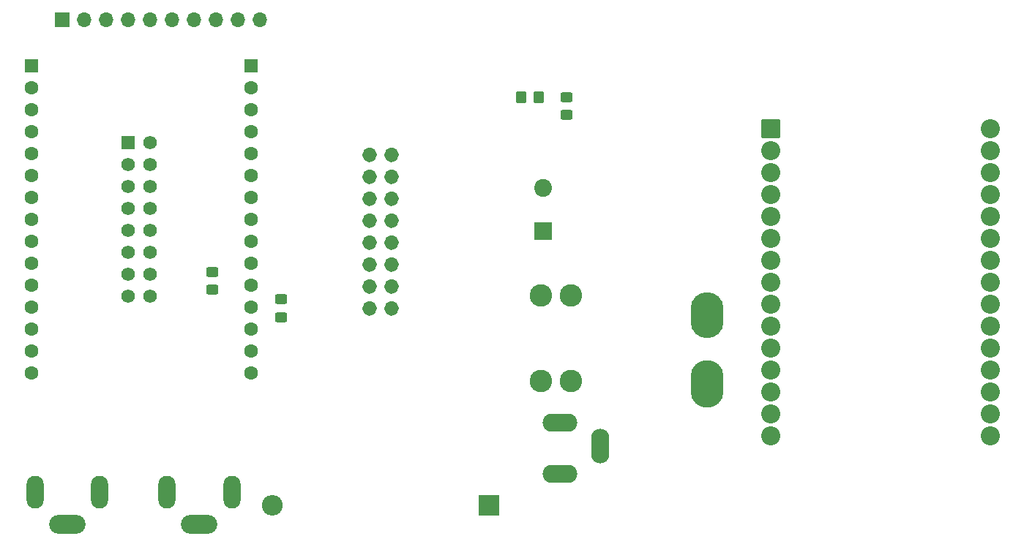
<source format=gbr>
%TF.GenerationSoftware,KiCad,Pcbnew,9.0.0*%
%TF.CreationDate,2025-04-14T04:50:01-04:00*%
%TF.ProjectId,W4MLB_Band_Display,57344d4c-425f-4426-916e-645f44697370,1.0*%
%TF.SameCoordinates,Original*%
%TF.FileFunction,Soldermask,Top*%
%TF.FilePolarity,Negative*%
%FSLAX46Y46*%
G04 Gerber Fmt 4.6, Leading zero omitted, Abs format (unit mm)*
G04 Created by KiCad (PCBNEW 9.0.0) date 2025-04-14 04:50:01*
%MOMM*%
%LPD*%
G01*
G04 APERTURE LIST*
G04 Aperture macros list*
%AMRoundRect*
0 Rectangle with rounded corners*
0 $1 Rounding radius*
0 $2 $3 $4 $5 $6 $7 $8 $9 X,Y pos of 4 corners*
0 Add a 4 corners polygon primitive as box body*
4,1,4,$2,$3,$4,$5,$6,$7,$8,$9,$2,$3,0*
0 Add four circle primitives for the rounded corners*
1,1,$1+$1,$2,$3*
1,1,$1+$1,$4,$5*
1,1,$1+$1,$6,$7*
1,1,$1+$1,$8,$9*
0 Add four rect primitives between the rounded corners*
20,1,$1+$1,$2,$3,$4,$5,0*
20,1,$1+$1,$4,$5,$6,$7,0*
20,1,$1+$1,$6,$7,$8,$9,0*
20,1,$1+$1,$8,$9,$2,$3,0*%
G04 Aperture macros list end*
%ADD10C,0.860984*%
%ADD11O,2.004000X3.804000*%
%ADD12O,4.204000X2.204000*%
%ADD13RoundRect,0.250000X0.450000X-0.325000X0.450000X0.325000X-0.450000X0.325000X-0.450000X-0.325000X0*%
%ADD14RoundRect,0.250000X-0.450000X0.325000X-0.450000X-0.325000X0.450000X-0.325000X0.450000X0.325000X0*%
%ADD15RoundRect,0.250000X0.350000X0.450000X-0.350000X0.450000X-0.350000X-0.450000X0.350000X-0.450000X0*%
%ADD16C,2.604000*%
%ADD17C,2.054000*%
%ADD18RoundRect,0.102000X0.925000X-0.925000X0.925000X0.925000X-0.925000X0.925000X-0.925000X-0.925000X0*%
%ADD19C,1.594000*%
%ADD20RoundRect,0.102000X-0.695000X0.695000X-0.695000X-0.695000X0.695000X-0.695000X0.695000X0.695000X0*%
%ADD21RoundRect,0.102000X0.685000X-0.685000X0.685000X0.685000X-0.685000X0.685000X-0.685000X-0.685000X0*%
%ADD22C,1.574000*%
%ADD23R,1.700000X1.700000*%
%ADD24O,1.700000X1.700000*%
%ADD25R,2.400000X2.400000*%
%ADD26O,2.400000X2.400000*%
%ADD27O,4.004000X2.104000*%
%ADD28O,2.104000X4.004000*%
%ADD29RoundRect,0.102000X-1.000000X-1.000000X1.000000X-1.000000X1.000000X1.000000X-1.000000X1.000000X0*%
%ADD30C,2.204000*%
%ADD31O,3.800000X5.500000*%
%ADD32O,3.800000X5.300000*%
G04 APERTURE END LIST*
%TO.C,J4*%
D10*
X161390492Y-82210000D02*
G75*
G02*
X160529508Y-82210000I-430492J0D01*
G01*
X160529508Y-82210000D02*
G75*
G02*
X161390492Y-82210000I430492J0D01*
G01*
X161390492Y-84750000D02*
G75*
G02*
X160529508Y-84750000I-430492J0D01*
G01*
X160529508Y-84750000D02*
G75*
G02*
X161390492Y-84750000I430492J0D01*
G01*
X161390492Y-87290000D02*
G75*
G02*
X160529508Y-87290000I-430492J0D01*
G01*
X160529508Y-87290000D02*
G75*
G02*
X161390492Y-87290000I430492J0D01*
G01*
X161390492Y-89830000D02*
G75*
G02*
X160529508Y-89830000I-430492J0D01*
G01*
X160529508Y-89830000D02*
G75*
G02*
X161390492Y-89830000I430492J0D01*
G01*
X161390492Y-92370000D02*
G75*
G02*
X160529508Y-92370000I-430492J0D01*
G01*
X160529508Y-92370000D02*
G75*
G02*
X161390492Y-92370000I430492J0D01*
G01*
X161390492Y-94910000D02*
G75*
G02*
X160529508Y-94910000I-430492J0D01*
G01*
X160529508Y-94910000D02*
G75*
G02*
X161390492Y-94910000I430492J0D01*
G01*
X161390492Y-97450000D02*
G75*
G02*
X160529508Y-97450000I-430492J0D01*
G01*
X160529508Y-97450000D02*
G75*
G02*
X161390492Y-97450000I430492J0D01*
G01*
X161390492Y-99990000D02*
G75*
G02*
X160529508Y-99990000I-430492J0D01*
G01*
X160529508Y-99990000D02*
G75*
G02*
X161390492Y-99990000I430492J0D01*
G01*
X163930492Y-82210000D02*
G75*
G02*
X163069508Y-82210000I-430492J0D01*
G01*
X163069508Y-82210000D02*
G75*
G02*
X163930492Y-82210000I430492J0D01*
G01*
X163930492Y-84750000D02*
G75*
G02*
X163069508Y-84750000I-430492J0D01*
G01*
X163069508Y-84750000D02*
G75*
G02*
X163930492Y-84750000I430492J0D01*
G01*
X163930492Y-87290000D02*
G75*
G02*
X163069508Y-87290000I-430492J0D01*
G01*
X163069508Y-87290000D02*
G75*
G02*
X163930492Y-87290000I430492J0D01*
G01*
X163930492Y-89830000D02*
G75*
G02*
X163069508Y-89830000I-430492J0D01*
G01*
X163069508Y-89830000D02*
G75*
G02*
X163930492Y-89830000I430492J0D01*
G01*
X163930492Y-92370000D02*
G75*
G02*
X163069508Y-92370000I-430492J0D01*
G01*
X163069508Y-92370000D02*
G75*
G02*
X163930492Y-92370000I430492J0D01*
G01*
X163930492Y-94910000D02*
G75*
G02*
X163069508Y-94910000I-430492J0D01*
G01*
X163069508Y-94910000D02*
G75*
G02*
X163930492Y-94910000I430492J0D01*
G01*
X163930492Y-97450000D02*
G75*
G02*
X163069508Y-97450000I-430492J0D01*
G01*
X163069508Y-97450000D02*
G75*
G02*
X163930492Y-97450000I430492J0D01*
G01*
X163930492Y-99990000D02*
G75*
G02*
X163069508Y-99990000I-430492J0D01*
G01*
X163069508Y-99990000D02*
G75*
G02*
X163930492Y-99990000I430492J0D01*
G01*
%TD*%
D11*
%TO.C,J8*%
X145017500Y-121300000D03*
D12*
X141267500Y-125000000D03*
D11*
X137517500Y-121300000D03*
%TD*%
D13*
%TO.C,D3*%
X183750000Y-77550000D03*
X183750000Y-75500000D03*
%TD*%
D14*
%TO.C,D1*%
X142750000Y-95750000D03*
X142750000Y-97800000D03*
%TD*%
D15*
%TO.C,R1*%
X180500000Y-75500000D03*
X178500000Y-75500000D03*
%TD*%
D16*
%TO.C,F1*%
X180810000Y-108410000D03*
X180810000Y-98490000D03*
X184210000Y-108410000D03*
X184210000Y-98490000D03*
%TD*%
D17*
%TO.C,J6*%
X181000000Y-86000000D03*
D18*
X181000000Y-91000000D03*
%TD*%
D19*
%TO.C,J2*%
X147230000Y-79480000D03*
X147230000Y-104880000D03*
D20*
X147230000Y-71860000D03*
D19*
X147230000Y-74400000D03*
X147230000Y-76940000D03*
X147230000Y-82020000D03*
X147230000Y-84560000D03*
X147230000Y-87100000D03*
X147230000Y-89640000D03*
X147230000Y-92180000D03*
X147230000Y-94720000D03*
X147230000Y-97260000D03*
X147230000Y-99800000D03*
X147230000Y-102340000D03*
X147230000Y-107420000D03*
%TD*%
D21*
%TO.C,J3*%
X133010000Y-80802500D03*
D22*
X135550000Y-80802500D03*
X133010000Y-83342500D03*
X133010000Y-85882500D03*
X135550000Y-85882500D03*
X133010000Y-88422500D03*
X135550000Y-88422500D03*
X133010000Y-90962500D03*
X135550000Y-90962500D03*
X133010000Y-93502500D03*
X135550000Y-93502500D03*
X133010000Y-96042500D03*
X135550000Y-96042500D03*
X133010000Y-98582500D03*
X135550000Y-83342500D03*
X135550000Y-98582500D03*
%TD*%
D23*
%TO.C,J9*%
X125430000Y-66582500D03*
D24*
X127970000Y-66582500D03*
X130510000Y-66582500D03*
X133050000Y-66582500D03*
X135590000Y-66582500D03*
X138130000Y-66582500D03*
X140670000Y-66582500D03*
X143210000Y-66582500D03*
X145750000Y-66582500D03*
X148290000Y-66582500D03*
%TD*%
D19*
%TO.C,J1*%
X121830000Y-104880000D03*
D20*
X121830000Y-71860000D03*
D19*
X121830000Y-74400000D03*
X121830000Y-76940000D03*
X121830000Y-79480000D03*
X121830000Y-82020000D03*
X121830000Y-84560000D03*
X121830000Y-87100000D03*
X121830000Y-89640000D03*
X121830000Y-92180000D03*
X121830000Y-94720000D03*
X121830000Y-97260000D03*
X121830000Y-99800000D03*
X121830000Y-102340000D03*
X121830000Y-107420000D03*
%TD*%
D25*
%TO.C,C2*%
X174750000Y-122750000D03*
D26*
X149750000Y-122750000D03*
%TD*%
D11*
%TO.C,J7*%
X129767500Y-121300000D03*
D12*
X126017500Y-125000000D03*
D11*
X122267500Y-121300000D03*
%TD*%
D27*
%TO.C,J5*%
X182950000Y-119167500D03*
D28*
X187600000Y-115917500D03*
D27*
X182950000Y-113237500D03*
%TD*%
D14*
%TO.C,D2*%
X150750000Y-98950000D03*
X150750000Y-101000000D03*
%TD*%
D29*
%TO.C,U1*%
X207350000Y-79190000D03*
D30*
X207350000Y-81730000D03*
X207350000Y-84270000D03*
X207350000Y-86810000D03*
X207350000Y-89350000D03*
X207350000Y-91890000D03*
X207350000Y-94430000D03*
X207350000Y-96970000D03*
X207350000Y-99510000D03*
X207350000Y-102050000D03*
X207350000Y-104590000D03*
X207350000Y-107130000D03*
X207350000Y-109670000D03*
X207350000Y-112210000D03*
X207350000Y-114750000D03*
X232750000Y-114750000D03*
X232750000Y-112210000D03*
X232750000Y-109670000D03*
X232750000Y-107130000D03*
X232750000Y-104590000D03*
X232750000Y-102050000D03*
X232750000Y-99510000D03*
X232750000Y-96970000D03*
X232750000Y-94430000D03*
X232750000Y-91890000D03*
X232750000Y-89350000D03*
X232750000Y-86810000D03*
X232750000Y-84270000D03*
X232750000Y-81730000D03*
X232750000Y-79190000D03*
%TD*%
D31*
%TO.C,F2*%
X200000000Y-108750000D03*
D32*
X200000000Y-100750000D03*
%TD*%
M02*

</source>
